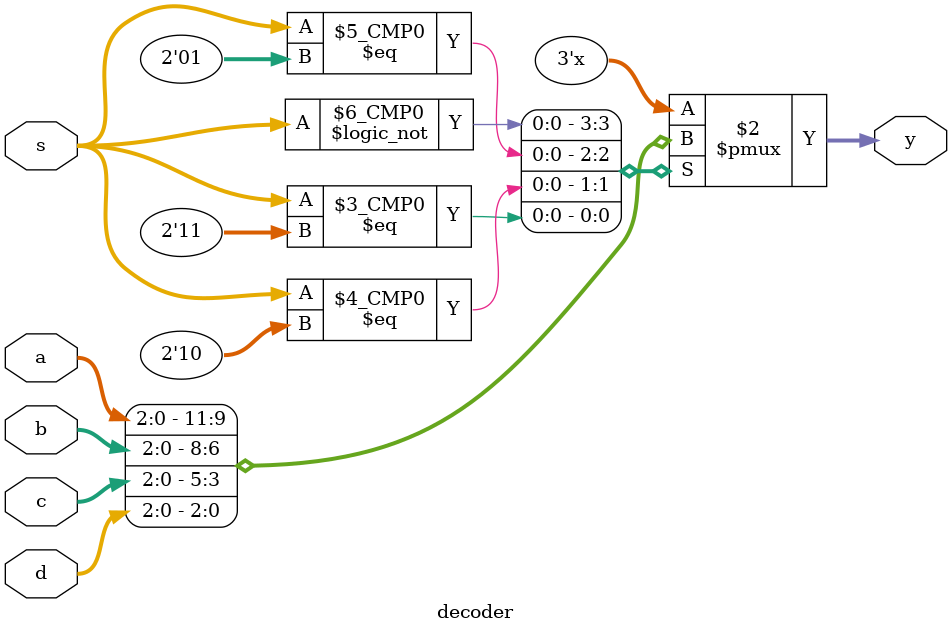
<source format=v>
module decoder(
  input [2:0] a,
  input [2:0] b,
  input [2:0] c,
  input [2:0] d,
  input [1:0] s,
  output reg [2:0] y);

always @(a,b,c,d,s) begin
  case (s)
    2'b00:   y = a;
    2'b01:   y = b;
    2'b10:   y = c;
    2'b11:   y = d;
    default: y = a;
  endcase
end

endmodule
</source>
